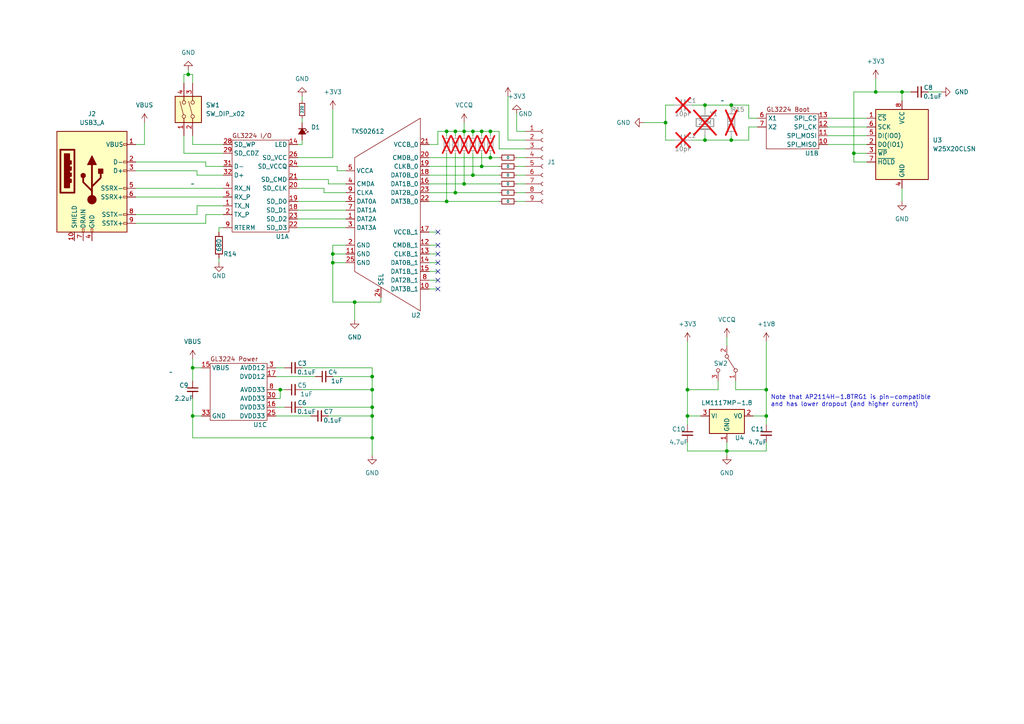
<source format=kicad_sch>
(kicad_sch (version 20230121) (generator eeschema)
  (paper "A4")
  (lib_symbols
    (symbol "Connector:Conn_01x09_Socket" (pin_names (offset 1.016) hide)
      (property "Reference" "J" (at 0 12.7 0))
      (property "Value" "Conn_01x09_Socket" (at 0 -12.7 0))
      (symbol "Conn_01x09_Socket_1_1"
        (arc (start 0 -9.652) (mid -0.5058 -10.16) (end 0 -10.668) (stroke (width 0.1524)))
        (arc (start 0 -7.112) (mid -0.5058 -7.62) (end 0 -8.128) (stroke (width 0.1524)))
        (arc (start 0 -4.572) (mid -0.5058 -5.08) (end 0 -5.588) (stroke (width 0.1524)))
        (arc (start 0 -2.032) (mid -0.5058 -2.54) (end 0 -3.048) (stroke (width 0.1524)))
        (polyline (pts (xy -1.27 -10.16) (xy -0.508 -10.16)) (stroke (width 0.1524)))
        (polyline (pts (xy -1.27 -7.62) (xy -0.508 -7.62)) (stroke (width 0.1524)))
        (polyline (pts (xy -1.27 -5.08) (xy -0.508 -5.08)) (stroke (width 0.1524)))
        (polyline (pts (xy -1.27 -2.54) (xy -0.508 -2.54)) (stroke (width 0.1524)))
        (polyline (pts (xy -1.27 0) (xy -0.508 0)) (stroke (width 0.1524)))
        (polyline (pts (xy -1.27 2.54) (xy -0.508 2.54)) (stroke (width 0.1524)))
        (polyline (pts (xy -1.27 5.08) (xy -0.508 5.08)) (stroke (width 0.1524)))
        (polyline (pts (xy -1.27 7.62) (xy -0.508 7.62)) (stroke (width 0.1524)))
        (polyline (pts (xy -1.27 10.16) (xy -0.508 10.16)) (stroke (width 0.1524)))
        (arc (start 0 0.508) (mid -0.5058 0) (end 0 -0.508) (stroke (width 0.1524)))
        (arc (start 0 3.048) (mid -0.5058 2.54) (end 0 2.032) (stroke (width 0.1524)))
        (arc (start 0 5.588) (mid -0.5058 5.08) (end 0 4.572) (stroke (width 0.1524)))
        (arc (start 0 8.128) (mid -0.5058 7.62) (end 0 7.112) (stroke (width 0.1524)))
        (arc (start 0 10.668) (mid -0.5058 10.16) (end 0 9.652) (stroke (width 0.1524)))
        (pin passive line (at -5.08 10.16 0) (length 3.81) (name "Pin_1") (number "1"))
        (pin passive line (at -5.08 7.62 0) (length 3.81) (name "Pin_2") (number "2"))
        (pin passive line (at -5.08 5.08 0) (length 3.81) (name "Pin_3") (number "3"))
        (pin passive line (at -5.08 2.54 0) (length 3.81) (name "Pin_4") (number "4"))
        (pin passive line (at -5.08 0 0) (length 3.81) (name "Pin_5") (number "5"))
        (pin passive line (at -5.08 -2.54 0) (length 3.81) (name "Pin_6") (number "6"))
        (pin passive line (at -5.08 -5.08 0) (length 3.81) (name "Pin_7") (number "7"))
        (pin passive line (at -5.08 -7.62 0) (length 3.81) (name "Pin_8") (number "8"))
        (pin passive line (at -5.08 -10.16 0) (length 3.81) (name "Pin_9") (number "9"))
      )
    )
    (symbol "Connector:USB3_A" (pin_names (offset 1.016))
      (property "Reference" "J" (at -10.16 15.24 0))
      (property "Value" "USB3_A" (at 10.16 15.24 0))
      (symbol "USB3_A_0_0"
        (rectangle (start -9.144 8.636) (end -5.08 -3.81) (stroke (width 0.508)))
        (rectangle (start -7.874 7.366) (end -6.604 -2.286) (stroke (width 0.508)) (fill (type outline)))
        (rectangle (start -6.35 0) (end -6.096 -0.762) (stroke (width 0.508)))
        (rectangle (start -6.35 1.778) (end -6.096 1.016) (stroke (width 0.508)))
        (rectangle (start -6.35 3.556) (end -6.096 2.794) (stroke (width 0.508)))
        (rectangle (start -6.35 5.334) (end -6.096 4.572) (stroke (width 0.508)))
        (rectangle (start -2.794 -15.24) (end -2.286 -14.224))
        (rectangle (start -0.254 -15.24) (end 0.254 -14.224))
        (rectangle (start 10.16 -12.446) (end 9.144 -12.954))
        (rectangle (start 10.16 -9.906) (end 9.144 -10.414))
        (rectangle (start 10.16 -4.826) (end 9.144 -5.334))
        (rectangle (start 10.16 -2.286) (end 9.144 -2.794))
        (rectangle (start 10.16 2.794) (end 9.144 2.286))
        (rectangle (start 10.16 5.334) (end 9.144 4.826))
        (rectangle (start 10.16 10.414) (end 9.144 9.906))
      )
      (symbol "USB3_A_0_1"
        (rectangle (start -10.16 13.97) (end 10.16 -15.24) (stroke (width 0.254)) (fill (type background)))
      )
      (symbol "USB3_A_1_1"
        (circle (center -2.54 1.143) (radius 0.635) (stroke (width 0.254)) (fill (type outline)))
        (circle (center 0 -5.842) (radius 1.27) (fill (type outline)))
        (polyline (pts (xy 0 -5.842) (xy 0 4.318)) (stroke (width 0.508)))
        (polyline (pts (xy 0 -3.302) (xy -2.54 -0.762) (xy -2.54 0.508)) (stroke (width 0.508)))
        (polyline (pts (xy 0 -2.032) (xy 2.54 0.508) (xy 2.54 1.778)) (stroke (width 0.508)))
        (polyline (pts (xy -1.27 4.318) (xy 0 6.858) (xy 1.27 4.318) (xy -1.27 4.318)) (stroke (width 0.254)) (fill (type outline)))
        (rectangle (start 1.905 1.778) (end 3.175 3.048) (stroke (width 0.254)) (fill (type outline)))
        (pin power_in line (at 12.7 10.16 180) (length 2.54) (name "VBUS") (number "1"))
        (pin passive line (at -5.08 -17.78 90) (length 2.54) (name "SHIELD") (number "10"))
        (pin bidirectional line (at 12.7 5.08 180) (length 2.54) (name "D-") (number "2"))
        (pin bidirectional line (at 12.7 2.54 180) (length 2.54) (name "D+") (number "3"))
        (pin power_in line (at 0 -17.78 90) (length 2.54) (name "GND") (number "4"))
        (pin output line (at 12.7 -2.54 180) (length 2.54) (name "SSRX-") (number "5"))
        (pin output line (at 12.7 -5.08 180) (length 2.54) (name "SSRX+") (number "6"))
        (pin passive line (at -2.54 -17.78 90) (length 2.54) (name "DRAIN") (number "7"))
        (pin input line (at 12.7 -10.16 180) (length 2.54) (name "SSTX-") (number "8"))
        (pin input line (at 12.7 -12.7 180) (length 2.54) (name "SSTX+") (number "9"))
      )
    )
    (symbol "Device:C_Small" (pin_numbers hide) (pin_names (offset 0.254) hide)
      (property "Reference" "C" (at 0.254 1.778 0))
      (property "Value" "C_Small" (at 0.254 -2.032 0))
      (symbol "C_Small_0_1"
        (polyline (pts (xy -1.524 -0.508) (xy 1.524 -0.508)) (stroke (width 0.3302)))
        (polyline (pts (xy -1.524 0.508) (xy 1.524 0.508)) (stroke (width 0.3048)))
      )
      (symbol "C_Small_1_1"
        (pin passive line (at 0 2.54 270) (length 2.032) (name "~") (number "1"))
        (pin passive line (at 0 -2.54 90) (length 2.032) (name "~") (number "2"))
      )
    )
    (symbol "Device:Crystal" (pin_numbers hide) (pin_names (offset 1.016) hide)
      (property "Reference" "Y" (at 0 3.81 0))
      (property "Value" "Crystal" (at 0 -3.81 0))
      (symbol "Crystal_0_1"
        (rectangle (start -1.143 2.54) (end 1.143 -2.54) (stroke (width 0.3048)))
        (polyline (pts (xy -2.54 0) (xy -1.905 0)))
        (polyline (pts (xy -1.905 -1.27) (xy -1.905 1.27)) (stroke (width 0.508)))
        (polyline (pts (xy 1.905 -1.27) (xy 1.905 1.27)) (stroke (width 0.508)))
        (polyline (pts (xy 2.54 0) (xy 1.905 0)))
      )
      (symbol "Crystal_1_1"
        (pin passive line (at -3.81 0 0) (length 1.27) (name "1") (number "1"))
        (pin passive line (at 3.81 0 180) (length 1.27) (name "2") (number "2"))
      )
    )
    (symbol "Device:LED_Small_Filled" (pin_numbers hide) (pin_names (offset 0.254) hide)
      (property "Reference" "D" (at -1.27 3.175 0))
      (property "Value" "LED_Small_Filled" (at -4.445 -2.54 0))
      (symbol "LED_Small_Filled_0_1"
        (polyline (pts (xy -0.762 -1.016) (xy -0.762 1.016)) (stroke (width 0.254)))
        (polyline (pts (xy 1.016 0) (xy -0.762 0)))
        (polyline (pts (xy 0.762 -1.016) (xy -0.762 0) (xy 0.762 1.016) (xy 0.762 -1.016)) (stroke (width 0.254)) (fill (type outline)))
        (polyline (pts (xy 0 0.762) (xy -0.508 1.27) (xy -0.254 1.27) (xy -0.508 1.27) (xy -0.508 1.016)))
        (polyline (pts (xy 0.508 1.27) (xy 0 1.778) (xy 0.254 1.778) (xy 0 1.778) (xy 0 1.524)))
      )
      (symbol "LED_Small_Filled_1_1"
        (pin passive line (at -2.54 0 0) (length 1.778) (name "K") (number "1"))
        (pin passive line (at 2.54 0 180) (length 1.778) (name "A") (number "2"))
      )
    )
    (symbol "Device:R" (pin_numbers hide) (pin_names (offset 0))
      (property "Reference" "R" (at 2.032 0 90))
      (property "Value" "R" (at 0 0 90))
      (symbol "R_0_1"
        (rectangle (start -1.016 -2.54) (end 1.016 2.54) (stroke (width 0.254)))
      )
      (symbol "R_1_1"
        (pin passive line (at 0 3.81 270) (length 1.27) (name "~") (number "1"))
        (pin passive line (at 0 -3.81 90) (length 1.27) (name "~") (number "2"))
      )
    )
    (symbol "Device:R_Small" (pin_numbers hide) (pin_names (offset 0.254) hide)
      (property "Reference" "R" (at 0.762 0.508 0))
      (property "Value" "R_Small" (at 0.762 -1.016 0))
      (symbol "R_Small_0_1"
        (rectangle (start -0.762 1.778) (end 0.762 -1.778) (stroke (width 0.2032)))
      )
      (symbol "R_Small_1_1"
        (pin passive line (at 0 2.54 270) (length 0.762) (name "~") (number "1"))
        (pin passive line (at 0 -2.54 90) (length 0.762) (name "~") (number "2"))
      )
    )
    (symbol "GL3224_QFN32_1"
      (property "Reference" "U" (at 0 -1.27 0))
      (symbol "GL3224_QFN32_1_1_1"
        (rectangle (start -16.51 26.67) (end 0 0))
        (text "GL3224 I/O" (at -16.51 27.94 0) (effects (font (size 1.27 1.27)) (justify left)))
        (pin output line (at -19.05 7.62 0) (length 2.54) (name "TX_N") (number "1"))
        (pin output line (at 2.54 25.4 180) (length 2.54) (name "LED") (number "14"))
        (pin bidirectional line (at 2.54 6.35 180) (length 2.54) (name "SD_D1") (number "18"))
        (pin bidirectional line (at 2.54 8.89 180) (length 2.54) (name "SD_D0") (number "19"))
        (pin output line (at -19.05 5.08 0) (length 2.54) (name "TX_P") (number "2"))
        (pin output line (at 2.54 12.7 180) (length 2.54) (name "SD_CLK") (number "20"))
        (pin bidirectional line (at 2.54 15.24 180) (length 2.54) (name "SD_CMD") (number "21"))
        (pin bidirectional line (at 2.54 1.27 180) (length 2.54) (name "SD_D3") (number "22"))
        (pin bidirectional line (at 2.54 3.81 180) (length 2.54) (name "SD_D2") (number "23"))
        (pin power_out line (at 2.54 19.05 180) (length 2.54) (name "SD_VCCQ") (number "24"))
        (pin power_out line (at 2.54 21.59 180) (length 2.54) (name "SD_VCC") (number "26"))
        (pin input line (at -19.05 25.4 0) (length 2.54) (name "SD_WP") (number "28"))
        (pin input line (at -19.05 22.86 0) (length 2.54) (name "SD_CDZ") (number "29"))
        (pin bidirectional line (at -19.05 19.05 0) (length 2.54) (name "D-") (number "31"))
        (pin bidirectional line (at -19.05 16.51 0) (length 2.54) (name "D+") (number "32"))
        (pin input line (at -19.05 12.7 0) (length 2.54) (name "RX_N") (number "4"))
        (pin input line (at -19.05 10.16 0) (length 2.54) (name "RX_P") (number "5"))
        (pin input line (at -19.05 1.27 0) (length 2.54) (name "RTERM") (number "9"))
      )
      (symbol "GL3224_QFN32_1_2_1"
        (rectangle (start -15.24 10.16) (end 0 0))
        (text "GL3224 Boot" (at -15.24 11.43 0) (effects (font (size 1.27 1.27)) (justify left)))
        (pin input line (at 2.54 1.27 180) (length 2.54) (name "SPI_MISO") (number "10"))
        (pin output line (at 2.54 3.81 180) (length 2.54) (name "SPI_MOSI") (number "11"))
        (pin output line (at 2.54 6.35 180) (length 2.54) (name "SPI_CK") (number "12"))
        (pin output line (at 2.54 8.89 180) (length 2.54) (name "SPI_CS") (number "13"))
        (pin input line (at -17.78 8.89 0) (length 2.54) (name "X1") (number "6"))
        (pin input line (at -17.78 6.35 0) (length 2.54) (name "X2") (number "7"))
      )
      (symbol "GL3224_QFN32_1_3_1"
        (rectangle (start -16.51 16.51) (end 0 0))
        (text "GL3224 Power" (at -16.51 17.78 0) (effects (font (size 1.27 1.27)) (justify left)))
        (pin power_in line (at -19.05 15.24 0) (length 2.54) (name "VBUS") (number "15"))
        (pin power_out line (at 2.54 3.81 180) (length 2.54) (name "DVDD33") (number "16"))
        (pin power_out line (at 2.54 12.7 180) (length 2.54) (name "DVDD12") (number "17"))
        (pin power_out line (at 2.54 1.27 180) (length 2.54) (name "DVDD33") (number "25"))
        (pin power_out line (at 2.54 15.24 180) (length 2.54) (name "AVDD12") (number "3"))
        (pin power_out line (at 2.54 6.35 180) (length 2.54) (name "AVDD33") (number "30"))
        (pin power_out line (at -19.05 1.27 0) (length 2.54) (name "GND") (number "33"))
        (pin power_out line (at 2.54 8.89 180) (length 2.54) (name "AVDD33") (number "8"))
      )
    )
    (symbol "Memory_Flash:W25X20CLSN"
      (property "Reference" "U" (at -7.62 10.16 0))
      (property "Value" "W25X20CLSN" (at 2.54 10.16 0))
      (symbol "W25X20CLSN_0_1"
        (rectangle (start -7.62 10.16) (end 7.62 -10.16) (stroke (width 0.254)) (fill (type background)))
      )
      (symbol "W25X20CLSN_1_1"
        (pin input line (at -10.16 7.62 0) (length 2.54) (name "~{CS}") (number "1"))
        (pin bidirectional line (at -10.16 0 0) (length 2.54) (name "DO(IO1)") (number "2"))
        (pin bidirectional line (at -10.16 -2.54 0) (length 2.54) (name "~{WP}") (number "3"))
        (pin power_in line (at 0 -12.7 90) (length 2.54) (name "GND") (number "4"))
        (pin bidirectional line (at -10.16 2.54 0) (length 2.54) (name "DI(IO0)") (number "5"))
        (pin input line (at -10.16 5.08 0) (length 2.54) (name "SCK") (number "6"))
        (pin bidirectional line (at -10.16 -5.08 0) (length 2.54) (name "~{HOLD}") (number "7"))
        (pin power_in line (at 0 12.7 270) (length 2.54) (name "VCC") (number "8"))
      )
    )
    (symbol "Regulator_Linear:LM1117MP-1.8"
      (property "Reference" "U" (at -3.81 3.175 0))
      (property "Value" "LM1117MP-1.8" (at 0 3.175 0))
      (symbol "LM1117MP-1.8_0_1"
        (rectangle (start -5.08 -5.08) (end 5.08 1.905) (stroke (width 0.254)) (fill (type background)))
      )
      (symbol "LM1117MP-1.8_1_1"
        (pin power_in line (at 0 -7.62 90) (length 2.54) (name "GND") (number "1"))
        (pin power_out line (at 7.62 0 180) (length 2.54) (name "VO") (number "2"))
        (pin power_in line (at -7.62 0 0) (length 2.54) (name "VI") (number "3"))
      )
    )
    (symbol "Switch:SW_DIP_x02" (pin_names (offset 0) hide)
      (property "Reference" "SW" (at 0 6.35 0))
      (property "Value" "SW_DIP_x02" (at 0 -3.81 0))
      (symbol "SW_DIP_x02_0_0"
        (circle (center -2.032 0) (radius 0.508))
        (circle (center -2.032 2.54) (radius 0.508))
        (polyline (pts (xy -1.524 0.127) (xy 2.3622 1.1684)))
        (polyline (pts (xy -1.524 2.667) (xy 2.3622 3.7084)))
        (circle (center 2.032 0) (radius 0.508))
        (circle (center 2.032 2.54) (radius 0.508))
      )
      (symbol "SW_DIP_x02_0_1"
        (rectangle (start -3.81 5.08) (end 3.81 -2.54) (stroke (width 0.254)) (fill (type background)))
      )
      (symbol "SW_DIP_x02_1_1"
        (pin passive line (at -7.62 2.54 0) (length 5.08) (name "~") (number "1"))
        (pin passive line (at -7.62 0 0) (length 5.08) (name "~") (number "2"))
        (pin passive line (at 7.62 0 180) (length 5.08) (name "~") (number "3"))
        (pin passive line (at 7.62 2.54 180) (length 5.08) (name "~") (number "4"))
      )
    )
    (symbol "Switch:SW_SPDT" (pin_names (offset 0) hide)
      (property "Reference" "SW" (at 0 4.318 0))
      (property "Value" "SW_SPDT" (at 0 -5.08 0))
      (symbol "SW_SPDT_0_0"
        (circle (center -2.032 0) (radius 0.508))
        (circle (center 2.032 -2.54) (radius 0.508))
      )
      (symbol "SW_SPDT_0_1"
        (polyline (pts (xy -1.524 0.254) (xy 1.651 2.286)))
        (circle (center 2.032 2.54) (radius 0.508))
      )
      (symbol "SW_SPDT_1_1"
        (pin passive line (at 5.08 2.54 180) (length 2.54) (name "A") (number "1"))
        (pin passive line (at -5.08 0 0) (length 2.54) (name "B") (number "2"))
        (pin passive line (at 5.08 -2.54 180) (length 2.54) (name "C") (number "3"))
      )
    )
    (symbol "eMMC-Reader:GL3224_QFN32"
      (property "Reference" "U" (at 0 -1.27 0))
      (symbol "GL3224_QFN32_1_1"
        (rectangle (start -16.51 26.67) (end 0 0))
        (text "GL3224 I/O" (at -16.51 27.94 0) (effects (font (size 1.27 1.27)) (justify left)))
        (pin output line (at -19.05 12.7 0) (length 2.54) (name "TX_N") (number "1"))
        (pin output line (at 2.54 25.4 180) (length 2.54) (name "LED") (number "14"))
        (pin bidirectional line (at 2.54 6.35 180) (length 2.54) (name "SD_D1") (number "18"))
        (pin bidirectional line (at 2.54 8.89 180) (length 2.54) (name "SD_D0") (number "19"))
        (pin output line (at -19.05 10.16 0) (length 2.54) (name "TX_P") (number "2"))
        (pin output line (at 2.54 12.7 180) (length 2.54) (name "SD_CLK") (number "20"))
        (pin bidirectional line (at 2.54 15.24 180) (length 2.54) (name "SD_CMD") (number "21"))
        (pin bidirectional line (at 2.54 1.27 180) (length 2.54) (name "SD_D3") (number "22"))
        (pin bidirectional line (at 2.54 3.81 180) (length 2.54) (name "SD_D2") (number "23"))
        (pin power_out line (at 2.54 19.05 180) (length 2.54) (name "SD_VCCQ") (number "24"))
        (pin power_out line (at 2.54 21.59 180) (length 2.54) (name "SD_VCC") (number "26"))
        (pin input line (at -19.05 25.4 0) (length 2.54) (name "SD_WP") (number "28"))
        (pin input line (at -19.05 22.86 0) (length 2.54) (name "SD_CDZ") (number "29"))
        (pin bidirectional line (at -19.05 19.05 0) (length 2.54) (name "D-") (number "31"))
        (pin bidirectional line (at -19.05 16.51 0) (length 2.54) (name "D+") (number "32"))
        (pin input line (at -19.05 7.62 0) (length 2.54) (name "RX_N") (number "4"))
        (pin input line (at -19.05 5.08 0) (length 2.54) (name "RX_P") (number "5"))
        (pin input line (at -19.05 1.27 0) (length 2.54) (name "RTERM") (number "9"))
      )
      (symbol "GL3224_QFN32_2_1"
        (rectangle (start -15.24 10.16) (end 0 0))
        (text "GL3224 Boot" (at -15.24 11.43 0) (effects (font (size 1.27 1.27)) (justify left)))
        (pin input line (at 2.54 1.27 180) (length 2.54) (name "SPI_MISO") (number "10"))
        (pin output line (at 2.54 3.81 180) (length 2.54) (name "SPI_MOSI") (number "11"))
        (pin output line (at 2.54 6.35 180) (length 2.54) (name "SPI_CK") (number "12"))
        (pin output line (at 2.54 8.89 180) (length 2.54) (name "SPI_CS") (number "13"))
        (pin input line (at -17.78 8.89 0) (length 2.54) (name "X1") (number "6"))
        (pin input line (at -17.78 6.35 0) (length 2.54) (name "X2") (number "7"))
      )
      (symbol "GL3224_QFN32_3_1"
        (rectangle (start -16.51 16.51) (end 0 0))
        (text "GL3224 Power" (at -16.51 17.78 0) (effects (font (size 1.27 1.27)) (justify left)))
        (pin power_in line (at -19.05 15.24 0) (length 2.54) (name "VBUS") (number "15"))
        (pin power_out line (at 2.54 3.81 180) (length 2.54) (name "DVDD33") (number "16"))
        (pin power_out line (at 2.54 12.7 180) (length 2.54) (name "DVDD12") (number "17"))
        (pin power_out line (at 2.54 1.27 180) (length 2.54) (name "DVDD33") (number "25"))
        (pin power_out line (at 2.54 15.24 180) (length 2.54) (name "AVDD12") (number "3"))
        (pin power_out line (at 2.54 6.35 180) (length 2.54) (name "AVDD33") (number "30"))
        (pin power_out line (at -19.05 1.27 0) (length 2.54) (name "GND") (number "33"))
        (pin power_out line (at 2.54 8.89 180) (length 2.54) (name "AVDD33") (number "8"))
      )
    )
    (symbol "eMMC-Reader:TXS02612"
      (property "Reference" "U" (at 11.43 -29.21 0))
      (property "Value" "TXS02612" (at -2.54 24.13 0))
      (symbol "TXS02612_0_1"
        (polyline (pts (xy -7.62 -16.51) (xy 11.43 -27.94)))
        (polyline (pts (xy -7.62 16.51) (xy -7.62 -16.51)))
        (polyline (pts (xy 11.43 27.94) (xy -7.62 16.51)))
        (polyline (pts (xy 11.43 27.94) (xy 11.43 -27.94)))
      )
      (symbol "TXS02612_1_1"
        (pin bidirectional line (at -10.16 -1.27 0) (length 2.54) (name "DAT2A") (number "1"))
        (pin bidirectional line (at 13.97 -21.59 180) (length 2.54) (name "DAT3B_1") (number "10"))
        (pin power_in line (at -10.16 -11.43 0) (length 2.54) (name "GND") (number "11"))
        (pin bidirectional line (at 13.97 -8.89 180) (length 2.54) (name "CMDB_1") (number "12"))
        (pin output line (at 13.97 -11.43 180) (length 2.54) (name "CLKB_1") (number "13"))
        (pin bidirectional line (at 13.97 -13.97 180) (length 2.54) (name "DAT0B_1") (number "14"))
        (pin bidirectional line (at 13.97 -16.51 180) (length 2.54) (name "DAT1B_1") (number "15"))
        (pin bidirectional line (at 13.97 8.89 180) (length 2.54) (name "DAT1B_0") (number "16"))
        (pin power_in line (at 13.97 -5.08 180) (length 2.54) (name "VCCB_1") (number "17"))
        (pin bidirectional line (at 13.97 11.43 180) (length 2.54) (name "DAT0B_0") (number "18"))
        (pin output line (at 13.97 13.97 180) (length 2.54) (name "CLKB_0") (number "19"))
        (pin power_in line (at -10.16 -8.89 0) (length 2.54) (name "GND") (number "2"))
        (pin bidirectional line (at 13.97 16.51 180) (length 2.54) (name "CMDB_0") (number "20"))
        (pin bidirectional line (at 13.97 20.32 180) (length 2.54) (name "VCCB_0") (number "21"))
        (pin bidirectional line (at 13.97 3.81 180) (length 2.54) (name "DAT3B_0") (number "22"))
        (pin bidirectional line (at 13.97 6.35 180) (length 2.54) (name "DAT2B_0") (number "23"))
        (pin input line (at 0 -24.13 90) (length 3) (name "SEL") (number "24"))
        (pin power_in line (at -10.16 -13.97 0) (length 2.54) (name "GND") (number "25"))
        (pin bidirectional line (at -10.16 -3.81 0) (length 2.54) (name "DAT3A") (number "3"))
        (pin bidirectional line (at -10.16 8.89 0) (length 2.54) (name "CMDA") (number "4"))
        (pin power_in line (at -10.16 12.7 0) (length 2.54) (name "VCCA") (number "5"))
        (pin bidirectional line (at -10.16 3.81 0) (length 2.54) (name "DAT0A") (number "6"))
        (pin bidirectional line (at -10.16 1.27 0) (length 2.54) (name "DAT1A") (number "7"))
        (pin bidirectional line (at 13.97 -19.05 180) (length 2.54) (name "DAT2B_1") (number "8"))
        (pin input line (at -10.16 6.35 0) (length 2.54) (name "CLKA") (number "9"))
      )
    )
    (symbol "power:+1V8" (power) (pin_names (offset 0))
      (property "Value" "+1V8" (at 0 3.556 0))
      (symbol "+1V8_0_1"
        (polyline (pts (xy -0.762 1.27) (xy 0 2.54)))
        (polyline (pts (xy 0 0) (xy 0 2.54)))
        (polyline (pts (xy 0 2.54) (xy 0.762 1.27)))
      )
      (symbol "+1V8_1_1"
        (pin power_in line (at 0 0 90) (length 0) hide (name "+1V8") (number "1"))
      )
    )
    (symbol "power:+3V3" (power) (pin_names (offset 0))
      (property "Value" "+3V3" (at 0 3.556 0))
      (symbol "+3V3_0_1"
        (polyline (pts (xy -0.762 1.27) (xy 0 2.54)))
        (polyline (pts (xy 0 0) (xy 0 2.54)))
        (polyline (pts (xy 0 2.54) (xy 0.762 1.27)))
      )
      (symbol "+3V3_1_1"
        (pin power_in line (at 0 0 90) (length 0) hide (name "+3V3") (number "1"))
      )
    )
    (symbol "power:GND" (power) (pin_names (offset 0))
      (property "Value" "GND" (at 0 -3.81 0))
      (symbol "GND_0_1"
        (polyline (pts (xy 0 0) (xy 0 -1.27) (xy 1.27 -1.27) (xy 0 -2.54) (xy -1.27 -1.27) (xy 0 -1.27)))
      )
      (symbol "GND_1_1"
        (pin power_in line (at 0 0 270) (length 0) hide (name "GND") (number "1"))
      )
    )
    (symbol "power:VBUS" (power) (pin_names (offset 0))
      (property "Value" "VBUS" (at 0 3.81 0))
      (symbol "VBUS_0_1"
        (polyline (pts (xy -0.762 1.27) (xy 0 2.54)))
        (polyline (pts (xy 0 0) (xy 0 2.54)))
        (polyline (pts (xy 0 2.54) (xy 0.762 1.27)))
      )
      (symbol "VBUS_1_1"
        (pin power_in line (at 0 0 90) (length 0) hide (name "VBUS") (number "1"))
      )
    )
    (symbol "power:VCCQ" (power) (pin_names (offset 0))
      (property "Value" "VCCQ" (at 0 3.81 0))
      (symbol "VCCQ_0_1"
        (polyline (pts (xy -0.762 1.27) (xy 0 2.54)))
        (polyline (pts (xy 0 0) (xy 0 2.54)))
        (polyline (pts (xy 0 2.54) (xy 0.762 1.27)))
      )
      (symbol "VCCQ_1_1"
        (pin power_in line (at 0 0 90) (length 0) hide (name "VCCQ") (number "1"))
      )
    )
  )
  (junction (at 222.25 120.65))
  (junction (at 107.95 120.65))
  (junction (at 212.09 30.48))
  (junction (at 132.08 38.1))
  (junction (at 193.04 35.56))
  (junction (at 137.16 50.8))
  (junction (at 96.52 76.2))
  (junction (at 142.24 38.1))
  (junction (at 129.54 38.1))
  (junction (at 96.52 73.66))
  (junction (at 55.88 106.68))
  (junction (at 222.25 113.03))
  (junction (at 247.65 44.45))
  (junction (at 55.88 120.65))
  (junction (at 107.95 118.11))
  (junction (at 212.09 40.64))
  (junction (at 142.24 45.72))
  (junction (at 261.62 26.67))
  (junction (at 134.62 53.34))
  (junction (at 132.08 55.88))
  (junction (at 81.28 113.03))
  (junction (at 137.16 38.1))
  (junction (at 102.87 87.63))
  (junction (at 254 26.67))
  (junction (at 107.95 127))
  (junction (at 129.54 58.42))
  (junction (at 54.61 21.59))
  (junction (at 139.7 38.1))
  (junction (at 199.39 113.03))
  (junction (at 210.82 130.81))
  (junction (at 204.47 40.64))
  (junction (at 199.39 120.65))
  (junction (at 204.47 30.48))
  (junction (at 107.95 113.03))
  (junction (at 107.95 109.22))
  (junction (at 134.62 38.1))
  (junction (at 139.7 48.26))
  (no_connect (at 127 76.2))
  (no_connect (at 127 83.82))
  (no_connect (at 127 67.31))
  (no_connect (at 127 78.74))
  (no_connect (at 127 81.28))
  (no_connect (at 127 73.66))
  (no_connect (at 127 71.12))
  (wire (pts (xy 199.39 130.81) (xy 210.82 130.81)))
  (wire (pts (xy 213.36 113.03) (xy 222.25 113.03)))
  (wire (pts (xy 102.87 87.63) (xy 110.49 87.63)))
  (wire (pts (xy 204.47 30.48) (xy 204.47 31.75)))
  (wire (pts (xy 139.7 48.26) (xy 144.78 48.26)))
  (wire (pts (xy 124.46 58.42) (xy 129.54 58.42)))
  (wire (pts (xy 261.62 54.61) (xy 261.62 58.42)))
  (wire (pts (xy 219.71 34.29) (xy 217.17 34.29)))
  (wire (pts (xy 218.44 120.65) (xy 222.25 120.65)))
  (wire (pts (xy 39.37 54.61) (xy 64.77 54.61)))
  (wire (pts (xy 55.88 104.14) (xy 55.88 106.68)))
  (wire (pts (xy 124.46 83.82) (xy 127 83.82)))
  (wire (pts (xy 80.01 115.57) (xy 81.28 115.57)))
  (wire (pts (xy 57.15 62.23) (xy 57.15 59.69)))
  (wire (pts (xy 87.63 27.94) (xy 87.63 29.21)))
  (wire (pts (xy 96.52 73.66) (xy 96.52 76.2)))
  (wire (pts (xy 152.4 43.18) (xy 144.78 43.18)))
  (wire (pts (xy 55.88 106.68) (xy 58.42 106.68)))
  (wire (pts (xy 55.88 41.91) (xy 55.88 39.37)))
  (wire (pts (xy 86.36 60.96) (xy 100.33 60.96)))
  (wire (pts (xy 144.78 43.18) (xy 144.78 38.1)))
  (wire (pts (xy 57.15 59.69) (xy 64.77 59.69)))
  (wire (pts (xy 63.5 74.93) (xy 63.5 76.2)))
  (wire (pts (xy 200.66 40.64) (xy 204.47 40.64)))
  (wire (pts (xy 149.86 55.88) (xy 152.4 55.88)))
  (wire (pts (xy 80.01 106.68) (xy 82.55 106.68)))
  (wire (pts (xy 222.25 128.27) (xy 222.25 130.81)))
  (wire (pts (xy 247.65 44.45) (xy 251.46 44.45)))
  (wire (pts (xy 96.52 73.66) (xy 100.33 73.66)))
  (wire (pts (xy 134.62 44.45) (xy 134.62 53.34)))
  (wire (pts (xy 107.95 127) (xy 107.95 132.08)))
  (wire (pts (xy 222.25 120.65) (xy 222.25 123.19)))
  (wire (pts (xy 110.49 86.36) (xy 110.49 87.63)))
  (wire (pts (xy 97.79 48.26) (xy 97.79 49.53)))
  (wire (pts (xy 97.79 49.53) (xy 100.33 49.53)))
  (wire (pts (xy 95.25 52.07) (xy 86.36 52.07)))
  (wire (pts (xy 64.77 48.26) (xy 59.69 48.26)))
  (wire (pts (xy 142.24 45.72) (xy 144.78 45.72)))
  (wire (pts (xy 107.95 106.68) (xy 107.95 109.22)))
  (wire (pts (xy 53.34 24.13) (xy 53.34 21.59)))
  (wire (pts (xy 137.16 38.1) (xy 137.16 39.37)))
  (wire (pts (xy 96.52 76.2) (xy 96.52 87.63)))
  (wire (pts (xy 86.36 58.42) (xy 100.33 58.42)))
  (wire (pts (xy 55.88 21.59) (xy 55.88 24.13)))
  (wire (pts (xy 129.54 44.45) (xy 129.54 58.42)))
  (wire (pts (xy 134.62 53.34) (xy 144.78 53.34)))
  (wire (pts (xy 199.39 113.03) (xy 199.39 120.65)))
  (wire (pts (xy 210.82 128.27) (xy 210.82 130.81)))
  (wire (pts (xy 149.86 53.34) (xy 152.4 53.34)))
  (wire (pts (xy 124.46 48.26) (xy 139.7 48.26)))
  (wire (pts (xy 87.63 113.03) (xy 107.95 113.03)))
  (wire (pts (xy 107.95 118.11) (xy 107.95 120.65)))
  (wire (pts (xy 107.95 120.65) (xy 107.95 127)))
  (wire (pts (xy 212.09 39.37) (xy 212.09 40.64)))
  (wire (pts (xy 129.54 38.1) (xy 129.54 39.37)))
  (wire (pts (xy 149.86 50.8) (xy 152.4 50.8)))
  (wire (pts (xy 59.69 48.26) (xy 59.69 46.99)))
  (wire (pts (xy 124.46 41.91) (xy 127 41.91)))
  (wire (pts (xy 86.36 54.61) (xy 93.98 54.61)))
  (wire (pts (xy 195.58 30.48) (xy 193.04 30.48)))
  (wire (pts (xy 58.42 120.65) (xy 55.88 120.65)))
  (wire (pts (xy 124.46 81.28) (xy 127 81.28)))
  (wire (pts (xy 254 22.86) (xy 254 26.67)))
  (wire (pts (xy 86.36 45.72) (xy 96.52 45.72)))
  (wire (pts (xy 63.5 66.04) (xy 63.5 67.31)))
  (wire (pts (xy 204.47 39.37) (xy 204.47 40.64)))
  (wire (pts (xy 152.4 38.1) (xy 149.86 38.1)))
  (wire (pts (xy 208.28 113.03) (xy 199.39 113.03)))
  (wire (pts (xy 55.88 127) (xy 107.95 127)))
  (wire (pts (xy 87.63 106.68) (xy 107.95 106.68)))
  (wire (pts (xy 251.46 46.99) (xy 247.65 46.99)))
  (wire (pts (xy 217.17 34.29) (xy 217.17 30.48)))
  (wire (pts (xy 199.39 99.06) (xy 199.39 113.03)))
  (wire (pts (xy 81.28 113.03) (xy 82.55 113.03)))
  (wire (pts (xy 127 38.1) (xy 129.54 38.1)))
  (wire (pts (xy 269.24 26.67) (xy 273.05 26.67)))
  (wire (pts (xy 64.77 66.04) (xy 63.5 66.04)))
  (wire (pts (xy 107.95 109.22) (xy 107.95 113.03)))
  (wire (pts (xy 210.82 97.79) (xy 210.82 100.33)))
  (wire (pts (xy 86.36 48.26) (xy 97.79 48.26)))
  (wire (pts (xy 96.52 31.75) (xy 96.52 45.72)))
  (wire (pts (xy 222.25 130.81) (xy 210.82 130.81)))
  (wire (pts (xy 80.01 113.03) (xy 81.28 113.03)))
  (wire (pts (xy 93.98 54.61) (xy 93.98 55.88)))
  (wire (pts (xy 100.33 71.12) (xy 96.52 71.12)))
  (wire (pts (xy 240.03 39.37) (xy 251.46 39.37)))
  (wire (pts (xy 139.7 38.1) (xy 142.24 38.1)))
  (wire (pts (xy 193.04 30.48) (xy 193.04 35.56)))
  (wire (pts (xy 55.88 120.65) (xy 55.88 127)))
  (wire (pts (xy 124.46 78.74) (xy 127 78.74)))
  (wire (pts (xy 203.2 120.65) (xy 199.39 120.65)))
  (wire (pts (xy 81.28 115.57) (xy 81.28 113.03)))
  (wire (pts (xy 149.86 33.02) (xy 149.86 38.1)))
  (wire (pts (xy 124.46 76.2) (xy 127 76.2)))
  (wire (pts (xy 57.15 50.8) (xy 57.15 49.53)))
  (wire (pts (xy 137.16 44.45) (xy 137.16 50.8)))
  (wire (pts (xy 124.46 53.34) (xy 134.62 53.34)))
  (wire (pts (xy 137.16 38.1) (xy 139.7 38.1)))
  (wire (pts (xy 204.47 30.48) (xy 212.09 30.48)))
  (wire (pts (xy 217.17 40.64) (xy 217.17 36.83)))
  (wire (pts (xy 39.37 57.15) (xy 64.77 57.15)))
  (wire (pts (xy 54.61 20.32) (xy 54.61 21.59)))
  (wire (pts (xy 96.52 76.2) (xy 100.33 76.2)))
  (wire (pts (xy 132.08 38.1) (xy 134.62 38.1)))
  (wire (pts (xy 53.34 39.37) (xy 53.34 44.45)))
  (wire (pts (xy 86.36 63.5) (xy 100.33 63.5)))
  (wire (pts (xy 55.88 106.68) (xy 55.88 110.49)))
  (wire (pts (xy 132.08 55.88) (xy 144.78 55.88)))
  (wire (pts (xy 87.63 41.91) (xy 87.63 40.64)))
  (wire (pts (xy 95.25 53.34) (xy 95.25 52.07)))
  (wire (pts (xy 86.36 41.91) (xy 87.63 41.91)))
  (wire (pts (xy 39.37 62.23) (xy 57.15 62.23)))
  (wire (pts (xy 87.63 35.56) (xy 87.63 34.29)))
  (wire (pts (xy 213.36 110.49) (xy 213.36 113.03)))
  (wire (pts (xy 144.78 38.1) (xy 142.24 38.1)))
  (wire (pts (xy 132.08 44.45) (xy 132.08 55.88)))
  (wire (pts (xy 134.62 38.1) (xy 137.16 38.1)))
  (wire (pts (xy 217.17 36.83) (xy 219.71 36.83)))
  (wire (pts (xy 124.46 45.72) (xy 142.24 45.72)))
  (wire (pts (xy 93.98 55.88) (xy 100.33 55.88)))
  (wire (pts (xy 124.46 55.88) (xy 132.08 55.88)))
  (wire (pts (xy 142.24 38.1) (xy 142.24 39.37)))
  (wire (pts (xy 210.82 130.81) (xy 210.82 132.08)))
  (wire (pts (xy 247.65 44.45) (xy 247.65 26.67)))
  (wire (pts (xy 100.33 53.34) (xy 95.25 53.34)))
  (wire (pts (xy 147.32 27.94) (xy 147.32 40.64)))
  (wire (pts (xy 212.09 30.48) (xy 212.09 31.75)))
  (wire (pts (xy 200.66 30.48) (xy 204.47 30.48)))
  (wire (pts (xy 59.69 62.23) (xy 64.77 62.23)))
  (wire (pts (xy 132.08 38.1) (xy 132.08 39.37)))
  (wire (pts (xy 64.77 41.91) (xy 55.88 41.91)))
  (wire (pts (xy 54.61 21.59) (xy 55.88 21.59)))
  (wire (pts (xy 39.37 41.91) (xy 41.91 41.91)))
  (wire (pts (xy 261.62 26.67) (xy 261.62 29.21)))
  (wire (pts (xy 102.87 87.63) (xy 102.87 92.71)))
  (wire (pts (xy 222.25 113.03) (xy 222.25 120.65)))
  (wire (pts (xy 199.39 128.27) (xy 199.39 130.81)))
  (wire (pts (xy 127 41.91) (xy 127 38.1)))
  (wire (pts (xy 96.52 87.63) (xy 102.87 87.63)))
  (wire (pts (xy 87.63 118.11) (xy 107.95 118.11)))
  (wire (pts (xy 80.01 120.65) (xy 90.17 120.65)))
  (wire (pts (xy 212.09 40.64) (xy 217.17 40.64)))
  (wire (pts (xy 80.01 118.11) (xy 82.55 118.11)))
  (wire (pts (xy 240.03 34.29) (xy 251.46 34.29)))
  (wire (pts (xy 149.86 58.42) (xy 152.4 58.42)))
  (wire (pts (xy 149.86 45.72) (xy 152.4 45.72)))
  (wire (pts (xy 59.69 64.77) (xy 59.69 62.23)))
  (wire (pts (xy 95.25 120.65) (xy 107.95 120.65)))
  (wire (pts (xy 124.46 67.31) (xy 127 67.31)))
  (wire (pts (xy 124.46 71.12) (xy 127 71.12)))
  (wire (pts (xy 240.03 36.83) (xy 251.46 36.83)))
  (wire (pts (xy 107.95 113.03) (xy 107.95 118.11)))
  (wire (pts (xy 186.69 35.56) (xy 193.04 35.56)))
  (wire (pts (xy 39.37 64.77) (xy 59.69 64.77)))
  (wire (pts (xy 80.01 109.22) (xy 91.44 109.22)))
  (wire (pts (xy 222.25 99.06) (xy 222.25 113.03)))
  (wire (pts (xy 129.54 38.1) (xy 132.08 38.1)))
  (wire (pts (xy 204.47 40.64) (xy 212.09 40.64)))
  (wire (pts (xy 247.65 46.99) (xy 247.65 44.45)))
  (wire (pts (xy 41.91 35.56) (xy 41.91 41.91)))
  (wire (pts (xy 149.86 48.26) (xy 152.4 48.26)))
  (wire (pts (xy 137.16 50.8) (xy 144.78 50.8)))
  (wire (pts (xy 142.24 44.45) (xy 142.24 45.72)))
  (wire (pts (xy 57.15 49.53) (xy 39.37 49.53)))
  (wire (pts (xy 53.34 44.45) (xy 64.77 44.45)))
  (wire (pts (xy 134.62 35.56) (xy 134.62 38.1)))
  (wire (pts (xy 124.46 73.66) (xy 127 73.66)))
  (wire (pts (xy 59.69 46.99) (xy 39.37 46.99)))
  (wire (pts (xy 193.04 35.56) (xy 193.04 40.64)))
  (wire (pts (xy 212.09 30.48) (xy 217.17 30.48)))
  (wire (pts (xy 55.88 115.57) (xy 55.88 120.65)))
  (wire (pts (xy 134.62 38.1) (xy 134.62 39.37)))
  (wire (pts (xy 247.65 26.67) (xy 254 26.67)))
  (wire (pts (xy 261.62 26.67) (xy 264.16 26.67)))
  (wire (pts (xy 124.46 50.8) (xy 137.16 50.8)))
  (wire (pts (xy 86.36 66.04) (xy 100.33 66.04)))
  (wire (pts (xy 96.52 109.22) (xy 107.95 109.22)))
  (wire (pts (xy 96.52 71.12) (xy 96.52 73.66)))
  (wire (pts (xy 240.03 41.91) (xy 251.46 41.91)))
  (wire (pts (xy 193.04 40.64) (xy 195.58 40.64)))
  (wire (pts (xy 139.7 44.45) (xy 139.7 48.26)))
  (wire (pts (xy 152.4 40.64) (xy 147.32 40.64)))
  (wire (pts (xy 208.28 110.49) (xy 208.28 113.03)))
  (wire (pts (xy 139.7 38.1) (xy 139.7 39.37)))
  (wire (pts (xy 199.39 120.65) (xy 199.39 123.19)))
  (wire (pts (xy 53.34 21.59) (xy 54.61 21.59)))
  (wire (pts (xy 254 26.67) (xy 261.62 26.67)))
  (wire (pts (xy 64.77 50.8) (xy 57.15 50.8)))
  (wire (pts (xy 129.54 58.42) (xy 144.78 58.42)))
  (text "Note that AP2114H-1.8TRG1 is pin-compatible\nand has lower dropout (and higher current)" (at 223.52 118.11 0) (effects (font (size 1.27 1.27)) (justify left bottom)))
  (symbol (lib_id "Device:R_Small") (at 147.32 53.34 90) (unit 1)
    (property "Reference" "R4" (effects hide))
    (property "Value" "0" (at 147.32 53.34 90) (effects (font (size 0.762 0.762))))
  )
  (symbol (lib_id "Switch:SW_SPDT") (at 210.82 105.41 270) (unit 1)
    (property "Reference" "SW2" (at 207.01 105.41 90) (effects (justify left)))
    (property "Value" "SW_SPDT" (effects hide))
  )
  (symbol (lib_id "Device:R_Small") (at 137.16 41.91 180) (unit 1) (in_bom no) (dnp yes)
    (property "Reference" "R10" (effects hide))
    (property "Value" "47" (at 137.16 41.91 90) (effects (font (size 0.762 0.762))))
  )
  (symbol (lib_id "Device:C_Small") (at 198.12 30.48 90) (unit 1) (in_bom no) (dnp yes)
    (property "Reference" "C1" (at 200.66 29.21 90))
    (property "Value" "10pF" (at 198.12 33.02 90))
  )
  (symbol (lib_id "Device:R_Small") (at 147.32 45.72 90) (unit 1)
    (property "Reference" "R1" (effects hide))
    (property "Value" "0" (at 147.32 45.72 90) (effects (font (size 0.762 0.762))))
  )
  (symbol (lib_id "power:GND") (at 54.61 20.32 180) (unit 1)
    (property "Reference" "#PWR018" (effects hide))
    (property "Value" "GND" (at 54.61 15.24 0))
  )
  (symbol (lib_id "Regulator_Linear:LM1117MP-1.8") (at 210.82 120.65 0) (unit 1)
    (property "Reference" "U4" (at 215.9 127 0) (effects (justify right)))
    (property "Value" "LM1117MP-1.8" (at 210.82 116.84 0))
    (property "Footprint" "Package_TO_SOT_SMD:SOT-223-3_TabPin2" (effects hide))
    (property "Datasheet" "http://www.ti.com/lit/ds/symlink/lm1117.pdf" (effects hide))
  )
  (symbol (lib_id "power:GND") (at 107.95 132.08 0) (unit 1)
    (property "Reference" "#PWR017" (effects hide))
    (property "Value" "GND" (at 107.95 137.16 0))
  )
  (symbol (lib_id "power:+3V3") (at 254 22.86 0) (unit 1)
    (property "Reference" "#PWR014" (effects hide))
    (property "Value" "+3V3" (at 254 17.78 0))
  )
  (symbol (lib_id "power:GND") (at 261.62 58.42 0) (unit 1)
    (property "Reference" "#PWR015" (effects hide))
    (property "Value" "GND" (at 261.62 63.5 0))
  )
  (symbol (lib_id "Device:C_Small") (at 92.71 120.65 90) (unit 1)
    (property "Reference" "C7" (at 95.25 119.38 90))
    (property "Value" "0.1uF" (at 96.52 121.92 90))
  )
  (symbol (lib_id "Device:C_Small") (at 85.09 118.11 90) (unit 1)
    (property "Reference" "C6" (at 87.63 116.84 90))
    (property "Value" "0.1uF" (at 88.9 119.38 90))
  )
  (symbol (lib_id "power:GND") (at 186.69 35.56 270) (unit 1)
    (property "Reference" "#PWR016" (effects hide))
    (property "Value" "GND" (at 182.88 35.56 90) (effects (justify right)))
  )
  (symbol (lib_id "Device:R_Small") (at 87.63 31.75 180) (unit 1)
    (property "Reference" "R13" (effects hide))
    (property "Value" "220" (at 87.63 31.75 90) (effects (font (size 0.762 0.762))))
  )
  (symbol (lib_id "Device:R") (at 212.09 35.56 0) (unit 1) (in_bom no) (dnp yes)
    (property "Reference" "R15" (at 212.09 31.75 0) (effects (justify left)))
    (property "Value" "1M" (at 212.09 36.83 90) (effects (justify left)))
  )
  (symbol (lib_id "Device:C_Small") (at 222.25 125.73 0) (unit 1)
    (property "Reference" "C11" (at 219.71 124.46 0))
    (property "Value" "4.7uF" (at 219.71 128.27 0))
  )
  (symbol (lib_id "eMMC-Reader:GL3224_QFN32") (at 237.49 43.18 0) (unit 2)
    (property "Reference" "U1" (at 237.49 44.45 0) (effects (justify right)))
    (property "Value" "~" (at 209.55 29.21 0))
    (property "Footprint" "Package_DFN_QFN:QFN-32-1EP_5x5mm_P0.5mm_EP3.1x3.1mm_ThermalVias" (effects hide))
  )
  (symbol (lib_id "power:GND") (at 87.63 27.94 180) (unit 1)
    (property "Reference" "#PWR03" (effects hide))
    (property "Value" "GND" (at 87.63 22.86 0))
  )
  (symbol (lib_id "power:VBUS") (at 41.91 35.56 0) (unit 1)
    (property "Reference" "#PWR04" (effects hide))
    (property "Value" "VBUS" (at 41.91 30.48 0))
  )
  (symbol (lib_id "power:GND") (at 63.5 76.2 0) (unit 1)
    (property "Reference" "#PWR011" (effects hide))
    (property "Value" "GND" (at 63.5 80.01 0))
  )
  (symbol (lib_id "power:GND") (at 273.05 26.67 90) (unit 1)
    (property "Reference" "#PWR019" (effects hide))
    (property "Value" "GND" (at 276.86 26.67 90) (effects (justify right)))
  )
  (symbol (lib_id "Switch:SW_DIP_x02") (at 55.88 31.75 90) (unit 1)
    (property "Reference" "SW1" (at 59.69 30.48 90) (effects (justify right)))
    (property "Value" "SW_DIP_x02" (at 59.69 33.02 90) (effects (justify right)))
  )
  (symbol (lib_id "Memory_Flash:W25X20CLSN") (at 261.62 41.91 0) (unit 1)
    (property "Reference" "U3" (at 270.51 40.64 0) (effects (justify left)))
    (property "Value" "W25X20CLSN" (at 270.51 43.18 0) (effects (justify left)))
    (property "Footprint" "Package_SO:SOIC-8_3.9x4.9mm_P1.27mm" (effects hide))
    (property "Datasheet" "https://www.winbond.com/resource-files/w25x20cl_revf%2020150806.pdf" (effects hide))
  )
  (symbol (lib_id "Device:R") (at 63.5 71.12 0) (unit 1)
    (property "Reference" "R14" (at 64.77 73.66 0) (effects (justify left)))
    (property "Value" "680" (at 63.5 71.12 90))
  )
  (symbol (lib_id "Device:R_Small") (at 129.54 41.91 180) (unit 1) (in_bom no) (dnp yes)
    (property "Reference" "R7" (effects hide))
    (property "Value" "47" (at 129.54 41.91 90) (effects (font (size 0.762 0.762))))
  )
  (symbol (lib_id "Device:Crystal") (at 204.47 35.56 90) (unit 1) (in_bom no) (dnp yes)
    (property "Reference" "Y1" (at 205.74 33.02 90) (effects (justify right)))
    (property "Value" "25M" (at 204.47 35.56 90))
  )
  (symbol (lib_id "Device:C_Small") (at 85.09 113.03 90) (unit 1)
    (property "Reference" "C5" (at 87.63 111.76 90))
    (property "Value" "1uF" (at 88.9 114.3 90))
  )
  (symbol (lib_id "Device:C_Small") (at 266.7 26.67 90) (unit 1)
    (property "Reference" "C8" (at 269.24 25.4 90))
    (property "Value" "0.1uF" (at 270.51 27.94 90))
  )
  (symbol (lib_id "Device:C_Small") (at 93.98 109.22 90) (unit 1)
    (property "Reference" "C4" (at 96.52 107.95 90))
    (property "Value" "1uF" (at 97.79 110.49 90))
  )
  (symbol (lib_id "Device:R_Small") (at 142.24 41.91 180) (unit 1) (in_bom no) (dnp yes)
    (property "Reference" "R12" (effects hide))
    (property "Value" "47" (at 142.24 41.91 90) (effects (font (size 0.762 0.762))))
  )
  (symbol (lib_id "power:GND") (at 210.82 132.08 0) (unit 1)
    (property "Reference" "#PWR08" (effects hide))
    (property "Value" "GND" (at 210.82 137.16 0))
  )
  (symbol (lib_id "Device:C_Small") (at 198.12 40.64 90) (unit 1) (in_bom no) (dnp yes)
    (property "Reference" "C2" (at 200.66 39.37 90))
    (property "Value" "10pF" (at 198.12 43.18 90))
  )
  (symbol (lib_id "power:+3V3") (at 147.32 27.94 0) (unit 1)
    (property "Reference" "#PWR07" (effects hide))
    (property "Value" "+3V3" (at 149.86 27.94 0))
  )
  (symbol (lib_id "power:GND") (at 149.86 33.02 180) (unit 1)
    (property "Reference" "#PWR02" (effects hide))
    (property "Value" "GND" (at 152.4 33.02 0))
  )
  (symbol (lib_name "GL3224_QFN32_1") (lib_id "eMMC-Reader:GL3224_QFN32") (at 83.82 67.31 0) (unit 1)
    (property "Reference" "U1" (at 83.82 68.58 0) (effects (justify right)))
    (property "Value" "~" (at 55.88 53.34 0))
    (property "Footprint" "Package_DFN_QFN:QFN-32-1EP_5x5mm_P0.5mm_EP3.1x3.1mm_ThermalVias" (effects hide))
  )
  (symbol (lib_id "Device:R_Small") (at 132.08 41.91 180) (unit 1) (in_bom no) (dnp yes)
    (property "Reference" "R8" (effects hide))
    (property "Value" "47" (at 132.08 41.91 90) (effects (font (size 0.762 0.762))))
  )
  (symbol (lib_id "Device:C_Small") (at 85.09 106.68 90) (unit 1)
    (property "Reference" "C3" (at 87.63 105.41 90))
    (property "Value" "0.1uF" (at 88.9 107.95 90))
  )
  (symbol (lib_id "power:GND") (at 102.87 92.71 0) (unit 1)
    (property "Reference" "#PWR01" (effects hide))
    (property "Value" "GND" (at 102.87 97.79 0))
  )
  (symbol (lib_id "eMMC-Reader:GL3224_QFN32") (at 77.47 121.92 0) (unit 3)
    (property "Reference" "U1" (at 77.47 123.19 0) (effects (justify right)))
    (property "Value" "~" (at 49.53 107.95 0))
    (property "Footprint" "Package_DFN_QFN:QFN-32-1EP_5x5mm_P0.5mm_EP3.1x3.1mm_ThermalVias" (effects hide))
  )
  (symbol (lib_id "Device:R_Small") (at 147.32 48.26 90) (unit 1)
    (property "Reference" "R2" (effects hide))
    (property "Value" "0" (at 147.32 48.26 90) (effects (font (size 0.762 0.762))))
  )
  (symbol (lib_id "Connector:Conn_01x09_Socket") (at 157.48 48.26 0) (unit 1)
    (property "Reference" "J1" (at 158.75 46.99 0) (effects (justify left)))
    (property "Value" "Conn_01x09_Socket" (effects hide))
  )
  (symbol (lib_id "Device:C_Small") (at 55.88 113.03 0) (unit 1)
    (property "Reference" "C9" (at 53.34 111.76 0))
    (property "Value" "2.2uF" (at 53.34 115.57 0))
  )
  (symbol (lib_id "Device:R_Small") (at 147.32 50.8 90) (unit 1)
    (property "Reference" "R3" (effects hide))
    (property "Value" "0" (at 147.32 50.8 90) (effects (font (size 0.762 0.762))))
  )
  (symbol (lib_id "power:+1V8") (at 222.25 99.06 0) (unit 1)
    (property "Reference" "#PWR010" (effects hide))
    (property "Value" "+1V8" (at 222.25 93.98 0))
  )
  (symbol (lib_id "Device:R_Small") (at 139.7 41.91 180) (unit 1) (in_bom no) (dnp yes)
    (property "Reference" "R11" (effects hide))
    (property "Value" "47" (at 139.7 41.91 90) (effects (font (size 0.762 0.762))))
  )
  (symbol (lib_id "power:+3V3") (at 199.39 99.06 0) (unit 1)
    (property "Reference" "#PWR09" (effects hide))
    (property "Value" "+3V3" (at 199.39 93.98 0))
  )
  (symbol (lib_id "Device:R_Small") (at 134.62 41.91 180) (unit 1) (in_bom no) (dnp yes)
    (property "Reference" "R9" (effects hide))
    (property "Value" "47" (at 134.62 41.91 90) (effects (font (size 0.762 0.762))))
  )
  (symbol (lib_id "power:VCCQ") (at 134.62 35.56 0) (unit 1)
    (property "Reference" "#PWR012" (effects hide))
    (property "Value" "VCCQ" (at 134.62 30.48 0))
  )
  (symbol (lib_id "Device:R_Small") (at 147.32 58.42 90) (unit 1)
    (property "Reference" "R6" (effects hide))
    (property "Value" "0" (at 147.32 58.42 90) (effects (font (size 0.762 0.762))))
  )
  (symbol (lib_id "Device:LED_Small_Filled") (at 87.63 38.1 270) (unit 1)
    (property "Reference" "D1" (at 90.17 36.8935 90) (effects (justify left)))
    (property "Value" "LED_Small_Filled" (effects hide))
  )
  (symbol (lib_id "eMMC-Reader:TXS02612") (at 110.49 62.23 0) (unit 1)
    (property "Reference" "U2" (at 120.65 91.44 0))
    (property "Value" "TXS02612" (at 106.68 38.1 0))
    (property "Footprint" "Package_DFN_QFN:QFN-24-1EP_4x4mm_P0.5mm_EP2.15x2.15mm_ThermalVias" (effects hide))
    (property "Datasheet" "https://www.ti.com/lit/ds/symlink/txs02612.pdf" (effects hide))
  )
  (symbol (lib_id "power:VCCQ") (at 210.82 97.79 0) (unit 1)
    (property "Reference" "#PWR013" (effects hide))
    (property "Value" "VCCQ" (at 210.82 92.71 0))
  )
  (symbol (lib_id "Device:C_Small") (at 199.39 125.73 0) (unit 1)
    (property "Reference" "C10" (at 196.85 124.46 0))
    (property "Value" "4.7uF" (at 196.85 128.27 0))
  )
  (symbol (lib_id "Connector:USB3_A") (at 26.67 52.07 0) (unit 1)
    (property "Reference" "J2" (at 26.67 33.02 0))
    (property "Value" "USB3_A" (at 26.67 35.56 0))
  )
  (symbol (lib_id "Device:R_Small") (at 147.32 55.88 90) (unit 1)
    (property "Reference" "R5" (effects hide))
    (property "Value" "0" (at 147.32 55.88 90) (effects (font (size 0.762 0.762))))
  )
  (symbol (lib_id "power:VBUS") (at 55.88 104.14 0) (unit 1)
    (property "Reference" "#PWR05" (effects hide))
    (property "Value" "VBUS" (at 55.88 99.06 0))
  )
  (symbol (lib_id "power:+3V3") (at 96.52 31.75 0) (unit 1)
    (property "Reference" "#PWR06" (effects hide))
    (property "Value" "+3V3" (at 96.52 26.67 0))
  )
)
</source>
